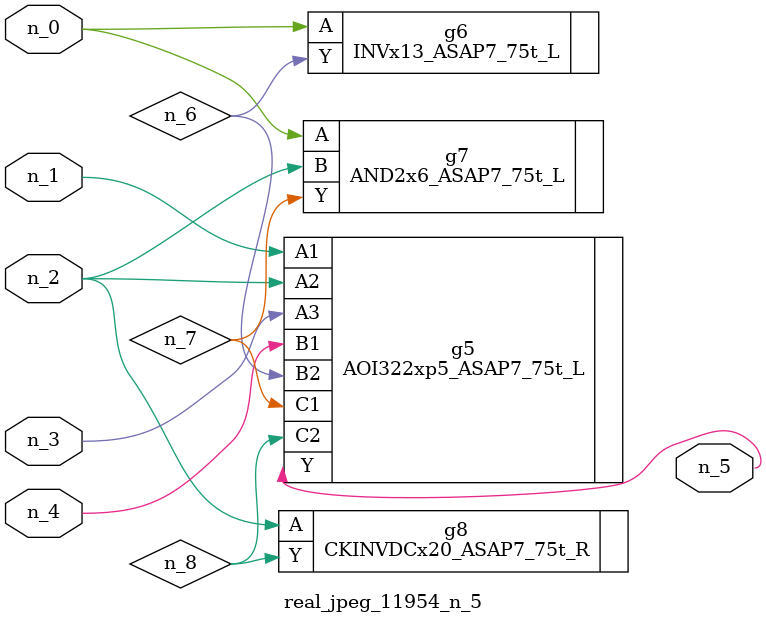
<source format=v>
module real_jpeg_11954_n_5 (n_4, n_0, n_1, n_2, n_3, n_5);

input n_4;
input n_0;
input n_1;
input n_2;
input n_3;

output n_5;

wire n_8;
wire n_6;
wire n_7;

INVx13_ASAP7_75t_L g6 ( 
.A(n_0),
.Y(n_6)
);

AND2x6_ASAP7_75t_L g7 ( 
.A(n_0),
.B(n_2),
.Y(n_7)
);

AOI322xp5_ASAP7_75t_L g5 ( 
.A1(n_1),
.A2(n_2),
.A3(n_3),
.B1(n_4),
.B2(n_6),
.C1(n_7),
.C2(n_8),
.Y(n_5)
);

CKINVDCx20_ASAP7_75t_R g8 ( 
.A(n_2),
.Y(n_8)
);


endmodule
</source>
